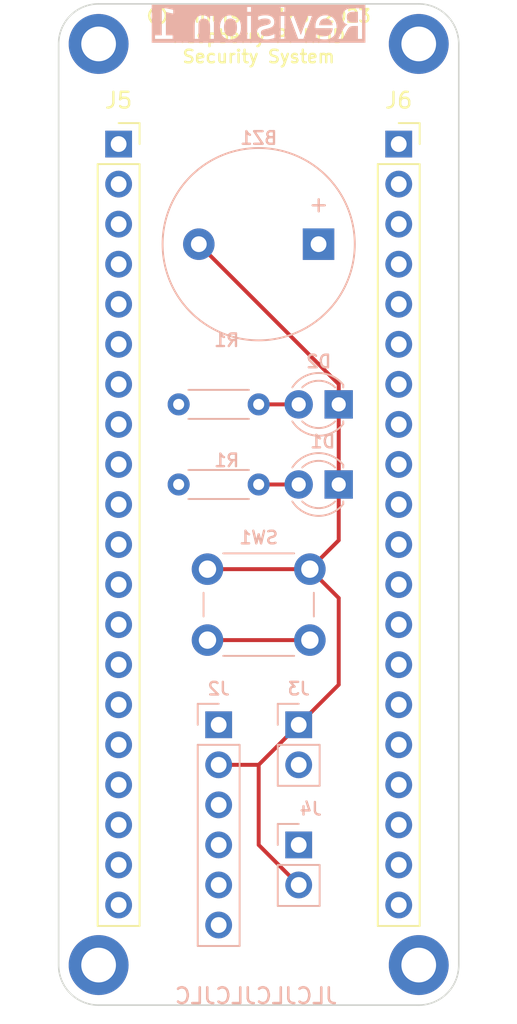
<source format=kicad_pcb>
(kicad_pcb (version 20221018) (generator pcbnew)
  (layers (0 "F.Cu" signal) (31 "B.Cu" signal) (34 "B.Paste" user) (35 "F.Paste" user) (36 "B.SilkS" user "B.Silkscreen") (37 "F.SilkS" user "F.Silkscreen") (38 "B.Mask" user) (39 "F.Mask" user) (44 "Edge.Cuts" user))
  (net 0 "")
  (net 1 "Net-(BZ1--)")
  (net 2 "Net-(BZ1-+)")
  (net 3 "Net-(D1-A)")
  (net 4 "Net-(D2-A)")
  (net 5 "Net-(J1-Pin_2)")
  (net 6 "Net-(J1-Pin_8)")
  (net 7 "Net-(J1-Pin_10)")
  (net 8 "Net-(J1-Pin_17)")
  (net 9 "Net-(J1-Pin_22)")
  (net 10 "Net-(J1-Pin_23)")
  (net 11 "Net-(J1-Pin_25)")
  (net 12 "Net-(J1-Pin_24)")
  (footprint "MountingHole:MountingHole_2.2mm_M2_DIN965_Pad" (layer "F.Cu") (at 121.92 124.46)
    (fp_text reference "H1" hide)
    (fp_text value "MountingHole")
    (pad "1" thru_hole circle (at 0 0) (size 3.8 3.8) (drill 2.2) (layers "*.Cu" "*.Mask"))
  )
  (footprint "Connector_PinSocket_2.54mm:PinSocket_1x20_P2.54mm_Vertical" (layer "F.Cu") (at 123.19 72.39)
    (fp_text reference "J5" (at 0 -2.77) (layer "F.SilkS"))
    (fp_text value "Conn_01x20_Socket")
    (fp_line (start -1.33 1.27) (end -1.33 49.59) (stroke (width 0.12)) (layer "F.SilkS"))
    (fp_line (start -1.33 1.27) (end 1.33 1.27) (stroke (width 0.12)) (layer "F.SilkS"))
    (fp_line (start -1.33 49.59) (end 1.33 49.59) (stroke (width 0.12)) (layer "F.SilkS"))
    (fp_line (start 0 -1.33) (end 1.33 -1.33) (stroke (width 0.12)) (layer "F.SilkS"))
    (fp_line (start 1.33 -1.33) (end 1.33 0) (stroke (width 0.12)) (layer "F.SilkS"))
    (fp_line (start 1.33 1.27) (end 1.33 49.59) (stroke (width 0.12)) (layer "F.SilkS"))
    (pad "1" thru_hole rect (at 0 0) (size 1.7 1.7) (drill 1) (layers "*.Cu" "*.Mask"))
    (pad "2" thru_hole oval (at 0 2.54) (size 1.7 1.7) (drill 1) (layers "*.Cu" "*.Mask"))
    (pad "3" thru_hole oval (at 0 5.08) (size 1.7 1.7) (drill 1) (layers "*.Cu" "*.Mask"))
    (pad "4" thru_hole oval (at 0 7.62) (size 1.7 1.7) (drill 1) (layers "*.Cu" "*.Mask"))
    (pad "5" thru_hole oval (at 0 10.16) (size 1.7 1.7) (drill 1) (layers "*.Cu" "*.Mask"))
    (pad "6" thru_hole oval (at 0 12.7) (size 1.7 1.7) (drill 1) (layers "*.Cu" "*.Mask"))
    (pad "7" thru_hole oval (at 0 15.24) (size 1.7 1.7) (drill 1) (layers "*.Cu" "*.Mask"))
    (pad "8" thru_hole oval (at 0 17.78) (size 1.7 1.7) (drill 1) (layers "*.Cu" "*.Mask"))
    (pad "9" thru_hole oval (at 0 20.32) (size 1.7 1.7) (drill 1) (layers "*.Cu" "*.Mask"))
    (pad "10" thru_hole oval (at 0 22.86) (size 1.7 1.7) (drill 1) (layers "*.Cu" "*.Mask"))
    (pad "11" thru_hole oval (at 0 25.4) (size 1.7 1.7) (drill 1) (layers "*.Cu" "*.Mask"))
    (pad "12" thru_hole oval (at 0 27.94) (size 1.7 1.7) (drill 1) (layers "*.Cu" "*.Mask"))
    (pad "13" thru_hole oval (at 0 30.48) (size 1.7 1.7) (drill 1) (layers "*.Cu" "*.Mask"))
    (pad "14" thru_hole oval (at 0 33.02) (size 1.7 1.7) (drill 1) (layers "*.Cu" "*.Mask"))
    (pad "15" thru_hole oval (at 0 35.56) (size 1.7 1.7) (drill 1) (layers "*.Cu" "*.Mask"))
    (pad "16" thru_hole oval (at 0 38.1) (size 1.7 1.7) (drill 1) (layers "*.Cu" "*.Mask"))
    (pad "17" thru_hole oval (at 0 40.64) (size 1.7 1.7) (drill 1) (layers "*.Cu" "*.Mask"))
    (pad "18" thru_hole oval (at 0 43.18) (size 1.7 1.7) (drill 1) (layers "*.Cu" "*.Mask"))
    (pad "19" thru_hole oval (at 0 45.72) (size 1.7 1.7) (drill 1) (layers "*.Cu" "*.Mask"))
    (pad "20" thru_hole oval (at 0 48.26) (size 1.7 1.7) (drill 1) (layers "*.Cu" "*.Mask"))
  )
  (footprint "MountingHole:MountingHole_2.2mm_M2_DIN965_Pad" (layer "F.Cu") (at 121.92 66.04)
    (fp_text reference "H2" hide)
    (fp_text value "MountingHole")
    (pad "1" thru_hole circle (at 0 0) (size 3.8 3.8) (drill 2.2) (layers "*.Cu" "*.Mask"))
  )
  (footprint "Connector_PinSocket_2.54mm:PinSocket_1x20_P2.54mm_Vertical" (layer "F.Cu") (at 140.97 72.39)
    (fp_text reference "J6" (at 0 -2.77) (layer "F.SilkS"))
    (fp_text value "Conn_01x20_Socket")
    (fp_line (start -1.33 1.27) (end -1.33 49.59) (stroke (width 0.12)) (layer "F.SilkS"))
    (fp_line (start -1.33 1.27) (end 1.33 1.27) (stroke (width 0.12)) (layer "F.SilkS"))
    (fp_line (start -1.33 49.59) (end 1.33 49.59) (stroke (width 0.12)) (layer "F.SilkS"))
    (fp_line (start 0 -1.33) (end 1.33 -1.33) (stroke (width 0.12)) (layer "F.SilkS"))
    (fp_line (start 1.33 -1.33) (end 1.33 0) (stroke (width 0.12)) (layer "F.SilkS"))
    (fp_line (start 1.33 1.27) (end 1.33 49.59) (stroke (width 0.12)) (layer "F.SilkS"))
    (pad "1" thru_hole rect (at 0 0) (size 1.7 1.7) (drill 1) (layers "*.Cu" "*.Mask"))
    (pad "2" thru_hole oval (at 0 2.54) (size 1.7 1.7) (drill 1) (layers "*.Cu" "*.Mask"))
    (pad "3" thru_hole oval (at 0 5.08) (size 1.7 1.7) (drill 1) (layers "*.Cu" "*.Mask"))
    (pad "4" thru_hole oval (at 0 7.62) (size 1.7 1.7) (drill 1) (layers "*.Cu" "*.Mask"))
    (pad "5" thru_hole oval (at 0 10.16) (size 1.7 1.7) (drill 1) (layers "*.Cu" "*.Mask"))
    (pad "6" thru_hole oval (at 0 12.7) (size 1.7 1.7) (drill 1) (layers "*.Cu" "*.Mask"))
    (pad "7" thru_hole oval (at 0 15.24) (size 1.7 1.7) (drill 1) (layers "*.Cu" "*.Mask"))
    (pad "8" thru_hole oval (at 0 17.78) (size 1.7 1.7) (drill 1) (layers "*.Cu" "*.Mask"))
    (pad "9" thru_hole oval (at 0 20.32) (size 1.7 1.7) (drill 1) (layers "*.Cu" "*.Mask"))
    (pad "10" thru_hole oval (at 0 22.86) (size 1.7 1.7) (drill 1) (layers "*.Cu" "*.Mask"))
    (pad "11" thru_hole oval (at 0 25.4) (size 1.7 1.7) (drill 1) (layers "*.Cu" "*.Mask"))
    (pad "12" thru_hole oval (at 0 27.94) (size 1.7 1.7) (drill 1) (layers "*.Cu" "*.Mask"))
    (pad "13" thru_hole oval (at 0 30.48) (size 1.7 1.7) (drill 1) (layers "*.Cu" "*.Mask"))
    (pad "14" thru_hole oval (at 0 33.02) (size 1.7 1.7) (drill 1) (layers "*.Cu" "*.Mask"))
    (pad "15" thru_hole oval (at 0 35.56) (size 1.7 1.7) (drill 1) (layers "*.Cu" "*.Mask"))
    (pad "16" thru_hole oval (at 0 38.1) (size 1.7 1.7) (drill 1) (layers "*.Cu" "*.Mask"))
    (pad "17" thru_hole oval (at 0 40.64) (size 1.7 1.7) (drill 1) (layers "*.Cu" "*.Mask"))
    (pad "18" thru_hole oval (at 0 43.18) (size 1.7 1.7) (drill 1) (layers "*.Cu" "*.Mask"))
    (pad "19" thru_hole oval (at 0 45.72) (size 1.7 1.7) (drill 1) (layers "*.Cu" "*.Mask"))
    (pad "20" thru_hole oval (at 0 48.26) (size 1.7 1.7) (drill 1) (layers "*.Cu" "*.Mask"))
  )
  (footprint "MountingHole:MountingHole_2.2mm_M2_DIN965_Pad" (layer "F.Cu") (at 142.24 124.46)
    (fp_text reference "H4" hide)
    (fp_text value "MountingHole")
    (pad "1" thru_hole circle (at 0 0) (size 3.8 3.8) (drill 2.2) (layers "*.Cu" "*.Mask"))
  )
  (footprint "MountingHole:MountingHole_2.2mm_M2_DIN965_Pad" (layer "F.Cu") (at 142.24 66.04)
    (fp_text reference "H3" hide)
    (fp_text value "MountingHole")
    (pad "1" thru_hole circle (at 0 0) (size 3.8 3.8) (drill 2.2) (layers "*.Cu" "*.Mask"))
  )
  (footprint "Button_Switch_THT:SW_PUSH_6mm" (layer "B.Cu") (at 135.33 99.35 180)
    (fp_text reference "SW1" (at 3.25 2) (layer "B.SilkS") (effects (font (size 0.8 0.8)) (justify mirror)))
    (fp_text value "SW_Push")
    (fp_line (start -0.25 -1.5) (end -0.25 -3) (stroke (width 0.12)) (layer "B.SilkS"))
    (fp_line (start 1 -5.5) (end 5.5 -5.5) (stroke (width 0.12)) (layer "B.SilkS"))
    (fp_line (start 5.5 1) (end 1 1) (stroke (width 0.12)) (layer "B.SilkS"))
    (fp_line (start 6.75 -3) (end 6.75 -1.5) (stroke (width 0.12)) (layer "B.SilkS"))
    (pad "1" thru_hole circle (at 0 0 90) (size 2 2) (drill 1.1) (layers "*.Cu" "*.Mask") (net 2 "Net-(BZ1-+)"))
    (pad "1" thru_hole circle (at 6.5 0 90) (size 2 2) (drill 1.1) (layers "*.Cu" "*.Mask") (net 2 "Net-(BZ1-+)"))
    (pad "2" thru_hole circle (at 0 -4.5 90) (size 2 2) (drill 1.1) (layers "*.Cu" "*.Mask") (net 10 "Net-(J1-Pin_23)"))
    (pad "2" thru_hole circle (at 6.5 -4.5 90) (size 2 2) (drill 1.1) (layers "*.Cu" "*.Mask") (net 10 "Net-(J1-Pin_23)"))
  )
  (footprint "LED_THT:LED_D3.0mm" (layer "B.Cu") (at 137.16 93.98 180)
    (fp_text reference "D1" (at 1.016 2.7178) (layer "B.SilkS") (effects (font (size 0.8 0.8)) (justify mirror)))
    (fp_text value "LED")
    (fp_line (start -0.29 -1.08) (end -0.29 -1.236) (stroke (width 0.12)) (layer "B.SilkS"))
    (fp_line (start -0.29 1.236) (end -0.29 1.08) (stroke (width 0.12)) (layer "B.SilkS"))
    (fp_arc (start -0.29 -1.235516) (mid 1.366487 -1.987659) (end 2.942335 -1.078608) (stroke (width 0.12)) (layer "B.SilkS"))
    (fp_arc (start 0.229039 -1.08) (mid 1.270117 -1.5) (end 2.31113 -1.079837) (stroke (width 0.12)) (layer "B.SilkS"))
    (fp_arc (start 2.31113 1.079837) (mid 1.270117 1.5) (end 0.229039 1.08) (stroke (width 0.12)) (layer "B.SilkS"))
    (fp_arc (start 2.942335 1.078608) (mid 1.366487 1.987659) (end -0.29 1.235516) (stroke (width 0.12)) (layer "B.SilkS"))
    (pad "1" thru_hole rect (at 0 0 180) (size 1.8 1.8) (drill 0.9) (layers "*.Cu" "*.Mask") (net 2 "Net-(BZ1-+)"))
    (pad "2" thru_hole circle (at 2.54 0 180) (size 1.8 1.8) (drill 0.9) (layers "*.Cu" "*.Mask") (net 3 "Net-(D1-A)"))
  )
  (footprint "LED_THT:LED_D3.0mm" (layer "B.Cu") (at 137.16 88.9 180)
    (fp_text reference "D2" (at 1.27 2.7178) (layer "B.SilkS") (effects (font (size 0.8 0.8)) (justify mirror)))
    (fp_text value "LED")
    (fp_line (start -0.29 -1.08) (end -0.29 -1.236) (stroke (width 0.12)) (layer "B.SilkS"))
    (fp_line (start -0.29 1.236) (end -0.29 1.08) (stroke (width 0.12)) (layer "B.SilkS"))
    (fp_arc (start -0.29 -1.235516) (mid 1.366487 -1.987659) (end 2.942335 -1.078608) (stroke (width 0.12)) (layer "B.SilkS"))
    (fp_arc (start 0.229039 -1.08) (mid 1.270117 -1.5) (end 2.31113 -1.079837) (stroke (width 0.12)) (layer "B.SilkS"))
    (fp_arc (start 2.31113 1.079837) (mid 1.270117 1.5) (end 0.229039 1.08) (stroke (width 0.12)) (layer "B.SilkS"))
    (fp_arc (start 2.942335 1.078608) (mid 1.366487 1.987659) (end -0.29 1.235516) (stroke (width 0.12)) (layer "B.SilkS"))
    (pad "1" thru_hole rect (at 0 0 180) (size 1.8 1.8) (drill 0.9) (layers "*.Cu" "*.Mask") (net 2 "Net-(BZ1-+)"))
    (pad "2" thru_hole circle (at 2.54 0 180) (size 1.8 1.8) (drill 0.9) (layers "*.Cu" "*.Mask") (net 4 "Net-(D2-A)"))
  )
  (footprint "Connector_PinSocket_2.54mm:PinSocket_1x06_P2.54mm_Vertical" (layer "B.Cu") (at 129.54 109.22 180)
    (fp_text reference "J2" (at 0 2.286) (layer "B.SilkS") (effects (font (size 0.8 0.8)) (justify mirror)))
    (fp_text value "Conn_01x06_Socket")
    (fp_line (start -1.33 -14.03) (end 1.33 -14.03) (stroke (width 0.12)) (layer "B.SilkS"))
    (fp_line (start -1.33 -1.27) (end -1.33 -14.03) (stroke (width 0.12)) (layer "B.SilkS"))
    (fp_line (start -1.33 -1.27) (end 1.33 -1.27) (stroke (width 0.12)) (layer "B.SilkS"))
    (fp_line (start 0 1.33) (end 1.33 1.33) (stroke (width 0.12)) (layer "B.SilkS"))
    (fp_line (start 1.33 -1.27) (end 1.33 -14.03) (stroke (width 0.12)) (layer "B.SilkS"))
    (fp_line (start 1.33 1.33) (end 1.33 0) (stroke (width 0.12)) (layer "B.SilkS"))
    (pad "1" thru_hole rect (at 0 0 180) (size 1.7 1.7) (drill 1) (layers "*.Cu" "*.Mask") (net 5 "Net-(J1-Pin_2)"))
    (pad "2" thru_hole oval (at 0 -2.54 180) (size 1.7 1.7) (drill 1) (layers "*.Cu" "*.Mask") (net 2 "Net-(BZ1-+)"))
    (pad "3" thru_hole oval (at 0 -5.08 180) (size 1.7 1.7) (drill 1) (layers "*.Cu" "*.Mask"))
    (pad "4" thru_hole oval (at 0 -7.62 180) (size 1.7 1.7) (drill 1) (layers "*.Cu" "*.Mask") (net 6 "Net-(J1-Pin_8)"))
    (pad "5" thru_hole oval (at 0 -10.16 180) (size 1.7 1.7) (drill 1) (layers "*.Cu" "*.Mask") (net 7 "Net-(J1-Pin_10)"))
    (pad "6" thru_hole oval (at 0 -12.7 180) (size 1.7 1.7) (drill 1) (layers "*.Cu" "*.Mask"))
  )
  (footprint "Connector_PinSocket_2.54mm:PinSocket_1x02_P2.54mm_Vertical" (layer "B.Cu") (at 134.62 109.22 180)
    (fp_text reference "J3" (at 0 2.286) (layer "B.SilkS") (effects (font (size 0.8 0.8)) (justify mirror)))
    (fp_text value "Conn_01x02_Socket")
    (fp_line (start -1.33 -3.87) (end 1.33 -3.87) (stroke (width 0.12)) (layer "B.SilkS"))
    (fp_line (start -1.33 -1.27) (end -1.33 -3.87) (stroke (width 0.12)) (layer "B.SilkS"))
    (fp_line (start -1.33 -1.27) (end 1.33 -1.27) (stroke (width 0.12)) (layer "B.SilkS"))
    (fp_line (start 0 1.33) (end 1.33 1.33) (stroke (width 0.12)) (layer "B.SilkS"))
    (fp_line (start 1.33 -1.27) (end 1.33 -3.87) (stroke (width 0.12)) (layer "B.SilkS"))
    (fp_line (start 1.33 1.33) (end 1.33 0) (stroke (width 0.12)) (layer "B.SilkS"))
    (pad "1" thru_hole rect (at 0 0 180) (size 1.7 1.7) (drill 1) (layers "*.Cu" "*.Mask") (net 2 "Net-(BZ1-+)"))
    (pad "2" thru_hole oval (at 0 -2.54 180) (size 1.7 1.7) (drill 1) (layers "*.Cu" "*.Mask") (net 9 "Net-(J1-Pin_22)"))
  )
  (footprint "Resistor_THT:R_Axial_DIN0204_L3.6mm_D1.6mm_P5.08mm_Horizontal" (layer "B.Cu") (at 132.08 88.9 180)
    (fp_text reference "R2" hide)
    (fp_text value "R")
    (fp_line (start 0.62 -0.92) (end 4.46 -0.92) (stroke (width 0.12)) (layer "B.SilkS"))
    (fp_line (start 0.62 0.92) (end 4.46 0.92) (stroke (width 0.12)) (layer "B.SilkS"))
    (pad "1" thru_hole circle (at 0 0 180) (size 1.4 1.4) (drill 0.7) (layers "*.Cu" "*.Mask") (net 4 "Net-(D2-A)"))
    (pad "2" thru_hole oval (at 5.08 0 180) (size 1.4 1.4) (drill 0.7) (layers "*.Cu" "*.Mask") (net 8 "Net-(J1-Pin_17)"))
  )
  (footprint "Resistor_THT:R_Axial_DIN0204_L3.6mm_D1.6mm_P5.08mm_Horizontal" (layer "B.Cu") (at 132.08 93.98 180)
    (fp_text reference "R1" (at 2.032 9.144) (layer "B.SilkS") (effects (font (size 0.8 0.8)) (justify mirror)))
    (fp_text value "R")
    (fp_text user "${REFERENCE}" (at 2.032 1.524) (layer "B.SilkS") (effects (font (size 0.8 0.8)) (justify mirror)))
    (fp_line (start 0.62 -0.92) (end 4.46 -0.92) (stroke (width 0.12)) (layer "B.SilkS"))
    (fp_line (start 0.62 0.92) (end 4.46 0.92) (stroke (width 0.12)) (layer "B.SilkS"))
    (pad "1" thru_hole circle (at 0 0 180) (size 1.4 1.4) (drill 0.7) (layers "*.Cu" "*.Mask") (net 3 "Net-(D1-A)"))
    (pad "2" thru_hole oval (at 5.08 0 180) (size 1.4 1.4) (drill 0.7) (layers "*.Cu" "*.Mask") (net 12 "Net-(J1-Pin_24)"))
  )
  (footprint "Buzzer_Beeper:Buzzer_12x9.5RM7.6" (layer "B.Cu") (at 135.88 78.74 180)
    (fp_text reference "BZ1" (at 3.8 6.731) (layer "B.SilkS") (effects (font (size 0.8 0.8)) (justify mirror)))
    (fp_text value "Buzzer")
    (fp_text user "+" (at -0.01 2.54) (layer "B.SilkS") (effects (justify mirror)))
    (fp_circle (center 3.8 0) (end 9.9 0) (stroke (width 0.12)) (fill none) (layer "B.SilkS"))
    (pad "1" thru_hole rect (at 0 0 180) (size 2 2) (drill 1) (layers "*.Cu" "*.Mask") (net 1 "Net-(BZ1--)"))
    (pad "2" thru_hole circle (at 7.6 0 180) (size 2 2) (drill 1) (layers "*.Cu" "*.Mask") (net 2 "Net-(BZ1-+)"))
  )
  (footprint "Connector_PinSocket_2.54mm:PinSocket_1x02_P2.54mm_Vertical" (layer "B.Cu") (at 134.62 116.84 180)
    (fp_text reference "J4" (at -0.762 2.286) (layer "B.SilkS") (effects (font (size 0.8 0.8)) (justify mirror)))
    (fp_text value "Conn_01x02_Socket")
    (fp_line (start -1.33 -3.87) (end 1.33 -3.87) (stroke (width 0.12)) (layer "B.SilkS"))
    (fp_line (start -1.33 -1.27) (end -1.33 -3.87) (stroke (width 0.12)) (layer "B.SilkS"))
    (fp_line (start -1.33 -1.27) (end 1.33 -1.27) (stroke (width 0.12)) (layer "B.SilkS"))
    (fp_line (start 0 1.33) (end 1.33 1.33) (stroke (width 0.12)) (layer "B.SilkS"))
    (fp_line (start 1.33 -1.27) (end 1.33 -3.87) (stroke (width 0.12)) (layer "B.SilkS"))
    (fp_line (start 1.33 1.33) (end 1.33 0) (stroke (width 0.12)) (layer "B.SilkS"))
    (pad "1" thru_hole rect (at 0 0 180) (size 1.7 1.7) (drill 1) (layers "*.Cu" "*.Mask") (net 11 "Net-(J1-Pin_25)"))
    (pad "2" thru_hole oval (at 0 -2.54 180) (size 1.7 1.7) (drill 1) (layers "*.Cu" "*.Mask") (net 2 "Net-(BZ1-+)"))
  )
  (gr_arc (start 121.92 127) (mid 120.123949 126.256051) (end 119.38 124.46) (stroke (width 0.1)) (layer "Edge.Cuts"))
  (gr_arc (start 142.24 63.5) (mid 144.036051 64.243949) (end 144.78 66.04) (stroke (width 0.1)) (layer "Edge.Cuts"))
  (gr_line (start 144.78 66.04) (end 144.78 124.46) (stroke (width 0.1)) (layer "Edge.Cuts"))
  (gr_line (start 119.38 124.46) (end 119.38 66.04) (stroke (width 0.1)) (layer "Edge.Cuts"))
  (gr_line (start 121.92 63.5) (end 142.24 63.5) (stroke (width 0.1)) (layer "Edge.Cuts"))
  (gr_arc (start 119.38 66.04) (mid 120.123949 64.243949) (end 121.92 63.5) (stroke (width 0.1)) (layer "Edge.Cuts"))
  (gr_arc (start 144.78 124.46) (mid 144.036051 126.256051) (end 142.24 127) (stroke (width 0.1)) (layer "Edge.Cuts"))
  (gr_line (start 142.24 127) (end 121.92 127) (stroke (width 0.1)) (layer "Edge.Cuts"))
  (gr_text "Revision 1" (at 132.08 66.04) (layer "B.SilkS" knockout) (effects (font (size 1.9 1.9)) (justify bottom mirror)))
  (gr_text "JLCJLCJLCJLC" (at 137.16 127) (layer "B.SilkS") (effects (font (size 1 1) (thickness 0.16)) (justify left bottom mirror)))
  (gr_text "© Anders P 7/5/2023\nRaspberry Pi RFID\nSecurity System" (at 132.08 67.31) (layer "F.SilkS") (effects (font (size 0.8 0.8)) (justify bottom)))
  (segment (start 134.62 109.22) (end 137.16 106.68) (width 0.25) (layer "F.Cu") (net 2))
  (segment (start 137.16 101.18) (end 135.33 99.35) (width 0.25) (layer "F.Cu") (net 2))
  (segment (start 137.16 106.68) (end 137.16 101.18) (width 0.25) (layer "F.Cu") (net 2))
  (segment (start 132.08 116.84) (end 134.62 119.38) (width 0.25) (layer "F.Cu") (net 2))
  (segment (start 137.16 93.98) (end 137.16 97.52) (width 0.25) (layer "F.Cu") (net 2))
  (segment (start 137.16 97.52) (end 135.33 99.35) (width 0.25) (layer "F.Cu") (net 2))
  (segment (start 135.33 99.35) (end 128.83 99.35) (width 0.25) (layer "F.Cu") (net 2))
  (segment (start 132.08 111.76) (end 132.08 116.84) (width 0.25) (layer "F.Cu") (net 2))
  (segment (start 134.62 109.22) (end 132.08 111.76) (width 0.25) (layer "F.Cu") (net 2))
  (segment (start 137.16 88.9) (end 137.16 93.98) (width 0.25) (layer "F.Cu") (net 2))
  (segment (start 132.08 111.76) (end 129.54 111.76) (width 0.25) (layer "F.Cu") (net 2))
  (segment (start 128.28 78.74) (end 137.16 87.62) (width 0.25) (layer "F.Cu") (net 2))
  (segment (start 137.16 87.62) (end 137.16 88.9) (width 0.25) (layer "F.Cu") (net 2))
  (segment (start 132.08 93.98) (end 134.62 93.98) (width 0.25) (layer "F.Cu") (net 3))
  (segment (start 132.08 88.9) (end 134.62 88.9) (width 0.25) (layer "F.Cu") (net 4))
  (segment (start 128.83 103.85) (end 135.33 103.85) (width 0.25) (layer "F.Cu") (net 10))
)
</source>
